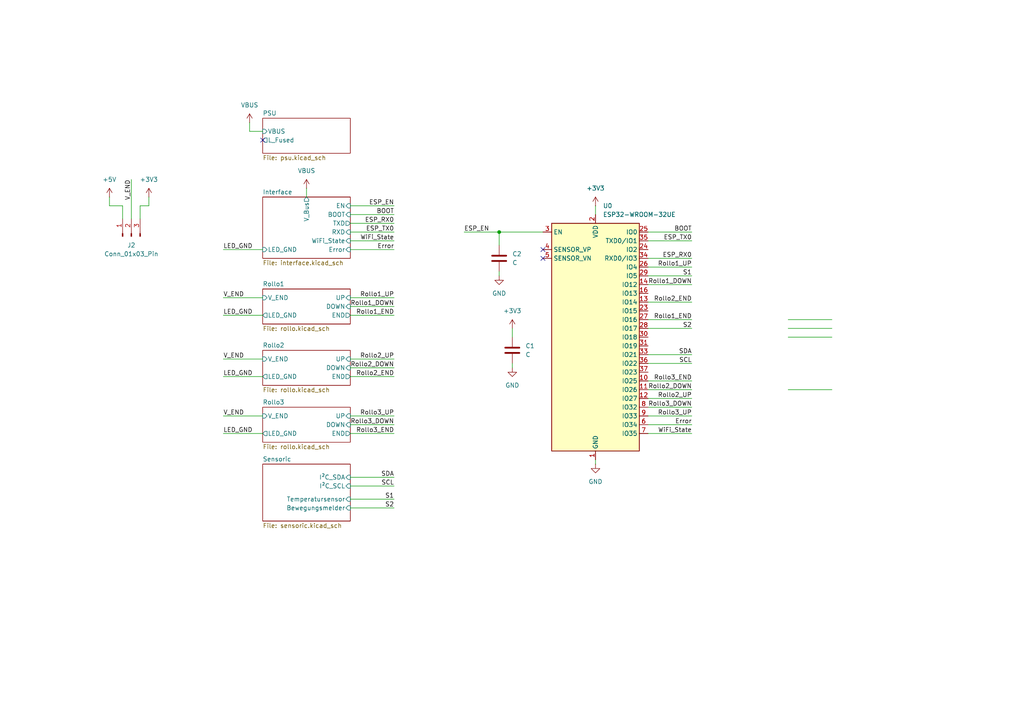
<source format=kicad_sch>
(kicad_sch (version 20250114) (generator "eeschema") (generator_version "9.0")
  (paper "A4")
  (lib_symbols
    (symbol "Connector:Conn_01x03_Pin" (pin_names (offset 1.016) (hide yes))
      (property "Reference" "J" (at 0 5.08 0))
      (property "Value" "Conn_01x03_Pin" (at 0 -5.08 0))
      (symbol "Conn_01x03_Pin_1_1"
        (rectangle (start 0.8636 2.667) (end 0 2.413) (stroke (width 0.1524)) (fill (type outline)))
        (rectangle (start 0.8636 0.127) (end 0 -0.127) (stroke (width 0.1524)) (fill (type outline)))
        (rectangle (start 0.8636 -2.413) (end 0 -2.667) (stroke (width 0.1524)) (fill (type outline)))
        (polyline (pts (xy 1.27 2.54) (xy 0.8636 2.54)) (stroke (width 0.1524)))
        (polyline (pts (xy 1.27 0) (xy 0.8636 0)) (stroke (width 0.1524)))
        (polyline (pts (xy 1.27 -2.54) (xy 0.8636 -2.54)) (stroke (width 0.1524)))
        (pin passive line (at 5.08 2.54 180) (length 3.81) (name "Pin_1") (number "1"))
        (pin passive line (at 5.08 0 180) (length 3.81) (name "Pin_2") (number "2"))
        (pin passive line (at 5.08 -2.54 180) (length 3.81) (name "Pin_3") (number "3"))
      )
    )
    (symbol "Device:C" (pin_numbers (hide yes)) (pin_names (offset 0.254))
      (property "Reference" "C" (at 0.635 2.54 0))
      (property "Value" "C" (at 0.635 -2.54 0))
      (symbol "C_0_1"
        (polyline (pts (xy -2.032 0.762) (xy 2.032 0.762)) (stroke (width 0.508)))
        (polyline (pts (xy -2.032 -0.762) (xy 2.032 -0.762)) (stroke (width 0.508)))
      )
      (symbol "C_1_1"
        (pin passive line (at 0 3.81 270) (length 2.794) (name "~") (number "1"))
        (pin passive line (at 0 -3.81 90) (length 2.794) (name "~") (number "2"))
      )
    )
    (symbol "RF_Module:ESP32-WROOM-32UE"
      (property "Reference" "U" (at -12.7 34.29 0))
      (property "Value" "ESP32-WROOM-32UE" (at 1.27 34.29 0))
      (symbol "ESP32-WROOM-32UE_0_1"
        (rectangle (start -12.7 33.02) (end 12.7 -33.02) (stroke (width 0.254)) (fill (type background)))
      )
      (symbol "ESP32-WROOM-32UE_1_1"
        (pin input line (at -15.24 30.48 0) (length 2.54) (name "EN") (number "3"))
        (pin input line (at -15.24 25.4 0) (length 2.54) (name "SENSOR_VP") (number "4"))
        (pin input line (at -15.24 22.86 0) (length 2.54) (name "SENSOR_VN") (number "5"))
        (pin no_connect line (at -12.7 0 0) (length 2.54) (hide yes) (name "NC") (number "21"))
        (pin no_connect line (at -12.7 -2.54 0) (length 2.54) (hide yes) (name "NC") (number "22"))
        (pin no_connect line (at -12.7 -5.08 0) (length 2.54) (hide yes) (name "NC") (number "17"))
        (pin no_connect line (at -12.7 -7.62 0) (length 2.54) (hide yes) (name "NC") (number "18"))
        (pin no_connect line (at -12.7 -10.16 0) (length 2.54) (hide yes) (name "NC") (number "20"))
        (pin no_connect line (at -12.7 -12.7 0) (length 2.54) (hide yes) (name "NC") (number "19"))
        (pin no_connect line (at -12.7 -27.94 0) (length 2.54) (hide yes) (name "NC") (number "32"))
        (pin power_in line (at 0 35.56 270) (length 2.54) (name "VDD") (number "2"))
        (pin power_in line (at 0 -35.56 90) (length 2.54) (name "GND") (number "1"))
        (pin passive line (at 0 -35.56 90) (length 2.54) (hide yes) (name "GND") (number "15"))
        (pin passive line (at 0 -35.56 90) (length 2.54) (hide yes) (name "GND") (number "38"))
        (pin passive line (at 0 -35.56 90) (length 2.54) (hide yes) (name "GND") (number "39"))
        (pin bidirectional line (at 15.24 30.48 180) (length 2.54) (name "IO0") (number "25"))
        (pin bidirectional line (at 15.24 27.94 180) (length 2.54) (name "TXD0/IO1") (number "35"))
        (pin bidirectional line (at 15.24 25.4 180) (length 2.54) (name "IO2") (number "24"))
        (pin bidirectional line (at 15.24 22.86 180) (length 2.54) (name "RXD0/IO3") (number "34"))
        (pin bidirectional line (at 15.24 20.32 180) (length 2.54) (name "IO4") (number "26"))
        (pin bidirectional line (at 15.24 17.78 180) (length 2.54) (name "IO5") (number "29"))
        (pin bidirectional line (at 15.24 15.24 180) (length 2.54) (name "IO12") (number "14"))
        (pin bidirectional line (at 15.24 12.7 180) (length 2.54) (name "IO13") (number "16"))
        (pin bidirectional line (at 15.24 10.16 180) (length 2.54) (name "IO14") (number "13"))
        (pin bidirectional line (at 15.24 7.62 180) (length 2.54) (name "IO15") (number "23"))
        (pin bidirectional line (at 15.24 5.08 180) (length 2.54) (name "IO16") (number "27"))
        (pin bidirectional line (at 15.24 2.54 180) (length 2.54) (name "IO17") (number "28"))
        (pin bidirectional line (at 15.24 0 180) (length 2.54) (name "IO18") (number "30"))
        (pin bidirectional line (at 15.24 -2.54 180) (length 2.54) (name "IO19") (number "31"))
        (pin bidirectional line (at 15.24 -5.08 180) (length 2.54) (name "IO21") (number "33"))
        (pin bidirectional line (at 15.24 -7.62 180) (length 2.54) (name "IO22") (number "36"))
        (pin bidirectional line (at 15.24 -10.16 180) (length 2.54) (name "IO23") (number "37"))
        (pin bidirectional line (at 15.24 -12.7 180) (length 2.54) (name "IO25") (number "10"))
        (pin bidirectional line (at 15.24 -15.24 180) (length 2.54) (name "IO26") (number "11"))
        (pin bidirectional line (at 15.24 -17.78 180) (length 2.54) (name "IO27") (number "12"))
        (pin bidirectional line (at 15.24 -20.32 180) (length 2.54) (name "IO32") (number "8"))
        (pin bidirectional line (at 15.24 -22.86 180) (length 2.54) (name "IO33") (number "9"))
        (pin input line (at 15.24 -25.4 180) (length 2.54) (name "IO34") (number "6"))
        (pin input line (at 15.24 -27.94 180) (length 2.54) (name "IO35") (number "7"))
      )
    )
    (symbol "power:+3V3" (power) (pin_numbers (hide yes)) (pin_names (offset 0) (hide yes))
      (property "Value" "+3V3" (at 0 3.556 0))
      (symbol "+3V3_0_1"
        (polyline (pts (xy -0.762 1.27) (xy 0 2.54)))
        (polyline (pts (xy 0 2.54) (xy 0.762 1.27)))
        (polyline (pts (xy 0 0) (xy 0 2.54)))
      )
      (symbol "+3V3_1_1"
        (pin power_in line (at 0 0 90) (length 0) (name "~") (number "1"))
      )
    )
    (symbol "power:+5V" (power) (pin_numbers (hide yes)) (pin_names (offset 0) (hide yes))
      (property "Value" "+5V" (at 0 3.556 0))
      (symbol "+5V_0_1"
        (polyline (pts (xy -0.762 1.27) (xy 0 2.54)))
        (polyline (pts (xy 0 2.54) (xy 0.762 1.27)))
        (polyline (pts (xy 0 0) (xy 0 2.54)))
      )
      (symbol "+5V_1_1"
        (pin power_in line (at 0 0 90) (length 0) (name "~") (number "1"))
      )
    )
    (symbol "power:GND" (power) (pin_numbers (hide yes)) (pin_names (offset 0) (hide yes))
      (property "Value" "GND" (at 0 -3.81 0))
      (symbol "GND_0_1"
        (polyline (pts (xy 0 0) (xy 0 -1.27) (xy 1.27 -1.27) (xy 0 -2.54) (xy -1.27 -1.27) (xy 0 -1.27)))
      )
      (symbol "GND_1_1"
        (pin power_in line (at 0 0 270) (length 0) (name "~") (number "1"))
      )
    )
    (symbol "power:VBUS" (power) (pin_numbers (hide yes)) (pin_names (offset 0) (hide yes))
      (property "Value" "VBUS" (at 0 3.556 0))
      (symbol "VBUS_0_1"
        (polyline (pts (xy -0.762 1.27) (xy 0 2.54)))
        (polyline (pts (xy 0 2.54) (xy 0.762 1.27)))
        (polyline (pts (xy 0 0) (xy 0 2.54)))
      )
      (symbol "VBUS_1_1"
        (pin power_in line (at 0 0 90) (length 0) (name "~") (number "1"))
      )
    )
  )
  (junction (at 144.78 67.31))
  (no_connect (at 157.48 74.93))
  (no_connect (at 76.2 40.64))
  (no_connect (at 157.48 72.39))
  (wire (pts (xy 187.96 74.93) (xy 200.66 74.93)))
  (wire (pts (xy 187.96 102.87) (xy 200.66 102.87)))
  (wire (pts (xy 43.18 59.69) (xy 43.18 57.15)))
  (wire (pts (xy 31.75 59.69) (xy 35.56 59.69)))
  (wire (pts (xy 64.77 72.39) (xy 76.2 72.39)))
  (wire (pts (xy 101.6 64.77) (xy 114.3 64.77)))
  (wire (pts (xy 228.6 113.03) (xy 241.3 113.03)))
  (wire (pts (xy 187.96 69.85) (xy 200.66 69.85)))
  (wire (pts (xy 187.96 123.19) (xy 200.66 123.19)))
  (wire (pts (xy 187.96 77.47) (xy 200.66 77.47)))
  (wire (pts (xy 187.96 67.31) (xy 200.66 67.31)))
  (wire (pts (xy 101.6 67.31) (xy 114.3 67.31)))
  (wire (pts (xy 148.59 95.25) (xy 148.59 97.79)))
  (wire (pts (xy 228.6 92.71) (xy 241.3 92.71)))
  (wire (pts (xy 64.77 86.36) (xy 76.2 86.36)))
  (wire (pts (xy 172.72 133.35) (xy 172.72 134.62)))
  (wire (pts (xy 64.77 104.14) (xy 76.2 104.14)))
  (wire (pts (xy 72.39 35.56) (xy 72.39 38.1)))
  (wire (pts (xy 64.77 109.22) (xy 76.2 109.22)))
  (wire (pts (xy 101.6 147.32) (xy 114.3 147.32)))
  (wire (pts (xy 40.64 63.5) (xy 40.64 59.69)))
  (wire (pts (xy 76.2 38.1) (xy 72.39 38.1)))
  (wire (pts (xy 187.96 110.49) (xy 200.66 110.49)))
  (wire (pts (xy 88.9 54.61) (xy 88.9 57.15)))
  (wire (pts (xy 134.62 67.31) (xy 144.78 67.31)))
  (wire (pts (xy 101.6 120.65) (xy 114.3 120.65)))
  (wire (pts (xy 144.78 67.31) (xy 144.78 71.12)))
  (wire (pts (xy 101.6 104.14) (xy 114.3 104.14)))
  (wire (pts (xy 101.6 86.36) (xy 114.3 86.36)))
  (wire (pts (xy 144.78 78.74) (xy 144.78 80.01)))
  (wire (pts (xy 172.72 59.69) (xy 172.72 62.23)))
  (wire (pts (xy 187.96 105.41) (xy 200.66 105.41)))
  (wire (pts (xy 64.77 125.73) (xy 76.2 125.73)))
  (wire (pts (xy 187.96 120.65) (xy 200.66 120.65)))
  (wire (pts (xy 31.75 57.15) (xy 31.75 59.69)))
  (wire (pts (xy 35.56 59.69) (xy 35.56 63.5)))
  (wire (pts (xy 187.96 118.11) (xy 200.66 118.11)))
  (wire (pts (xy 40.64 59.69) (xy 43.18 59.69)))
  (wire (pts (xy 64.77 120.65) (xy 76.2 120.65)))
  (wire (pts (xy 101.6 125.73) (xy 114.3 125.73)))
  (wire (pts (xy 187.96 95.25) (xy 200.66 95.25)))
  (wire (pts (xy 64.77 91.44) (xy 76.2 91.44)))
  (wire (pts (xy 187.96 125.73) (xy 200.66 125.73)))
  (wire (pts (xy 187.96 92.71) (xy 200.66 92.71)))
  (wire (pts (xy 187.96 113.03) (xy 200.66 113.03)))
  (wire (pts (xy 101.6 144.78) (xy 114.3 144.78)))
  (wire (pts (xy 148.59 105.41) (xy 148.59 106.68)))
  (wire (pts (xy 101.6 72.39) (xy 114.3 72.39)))
  (wire (pts (xy 101.6 59.69) (xy 114.3 59.69)))
  (wire (pts (xy 38.1 52.07) (xy 38.1 63.5)))
  (wire (pts (xy 187.96 87.63) (xy 200.66 87.63)))
  (wire (pts (xy 101.6 106.68) (xy 114.3 106.68)))
  (wire (pts (xy 187.96 82.55) (xy 200.66 82.55)))
  (wire (pts (xy 228.6 97.79) (xy 241.3 97.79)))
  (wire (pts (xy 101.6 123.19) (xy 114.3 123.19)))
  (wire (pts (xy 101.6 62.23) (xy 114.3 62.23)))
  (wire (pts (xy 187.96 80.01) (xy 200.66 80.01)))
  (wire (pts (xy 101.6 109.22) (xy 114.3 109.22)))
  (wire (pts (xy 187.96 115.57) (xy 200.66 115.57)))
  (wire (pts (xy 144.78 67.31) (xy 157.48 67.31)))
  (wire (pts (xy 228.6 95.25) (xy 241.3 95.25)))
  (wire (pts (xy 101.6 138.43) (xy 114.3 138.43)))
  (wire (pts (xy 101.6 91.44) (xy 114.3 91.44)))
  (wire (pts (xy 101.6 88.9) (xy 114.3 88.9)))
  (wire (pts (xy 101.6 69.85) (xy 114.3 69.85)))
  (wire (pts (xy 101.6 140.97) (xy 114.3 140.97)))
  (label "Rollo2_UP" (at 200.66 115.57 180))
  (label "SCL" (at 200.66 105.41 180))
  (label "Rollo3_DOWN" (at 114.3 123.19 180))
  (label "ESP_RX0" (at 200.66 74.93 180))
  (label "Rollo1_END" (at 200.66 92.71 180))
  (label "Error" (at 200.66 123.19 180))
  (label "Rollo3_UP" (at 114.3 120.65 180))
  (label "V_END" (at 64.77 86.36 0))
  (label "Rollo1_UP" (at 114.3 86.36 180))
  (label "LED_GND" (at 64.77 109.22 0))
  (label "ESP_TX0" (at 200.66 69.85 180))
  (label "S1" (at 114.3 144.78 180))
  (label "Rollo2_END" (at 114.3 109.22 180))
  (label "Rollo2_DOWN" (at 200.66 113.03 180))
  (label "SDA" (at 114.3 138.43 180))
  (label "Rollo1_DOWN" (at 114.3 88.9 180))
  (label "Error" (at 114.3 72.39 180))
  (label "Rollo2_DOWN" (at 114.3 106.68 180))
  (label "LED_GND" (at 64.77 125.73 0))
  (label "Rollo3_DOWN" (at 200.66 118.11 180))
  (label "ESP_EN" (at 134.62 67.31 0))
  (label "V_END" (at 38.1 52.07 270))
  (label "ESP_TX0" (at 114.3 67.31 180))
  (label "V_END" (at 64.77 120.65 0))
  (label "BOOT" (at 114.3 62.23 180))
  (label "Rollo1_END" (at 114.3 91.44 180))
  (label "Rollo2_END" (at 200.66 87.63 180))
  (label "LED_GND" (at 64.77 91.44 0))
  (label "SDA" (at 200.66 102.87 180))
  (label "WiFi_State" (at 114.3 69.85 180))
  (label "Rollo1_UP" (at 200.66 77.47 180))
  (label "S1" (at 200.66 80.01 180))
  (label "V_END" (at 64.77 104.14 0))
  (label "WiFi_State" (at 200.66 125.73 180))
  (label "ESP_EN" (at 114.3 59.69 180))
  (label "S2" (at 200.66 95.25 180))
  (label "ESP_RX0" (at 114.3 64.77 180))
  (label "Rollo3_END" (at 114.3 125.73 180))
  (label "Rollo3_END" (at 200.66 110.49 180))
  (label "S2" (at 114.3 147.32 180))
  (label "BOOT" (at 200.66 67.31 180))
  (label "Rollo3_UP" (at 200.66 120.65 180))
  (label "Rollo2_UP" (at 114.3 104.14 180))
  (label "LED_GND" (at 64.77 72.39 0))
  (label "SCL" (at 114.3 140.97 180))
  (label "Rollo1_DOWN" (at 200.66 82.55 180))
  (symbol (lib_id "Device:C") (at 148.59 101.6 0) (unit 1)
    (property "Reference" "C1" (at 152.4 100.3299 0) (effects (justify left)))
    (property "Value" "C" (at 152.4 102.8699 0) (effects (justify left)))
    (property "Description" "Unpolarized capacitor" (effects (hide yes)))
  )
  (symbol (lib_id "power:GND") (at 148.59 106.68 0) (unit 1)
    (property "Reference" "#PWR06" (effects (hide yes)))
    (property "Value" "GND" (at 148.59 111.76 0))
    (property "Description" "Power symbol creates a global label with name \"GND\" , ground" (effects (hide yes)))
  )
  (symbol (lib_id "Device:C") (at 144.78 74.93 0) (unit 1)
    (property "Reference" "C2" (at 148.59 73.6599 0) (effects (justify left)))
    (property "Value" "C" (at 148.59 76.1999 0) (effects (justify left)))
    (property "Description" "Unpolarized capacitor" (effects (hide yes)))
  )
  (symbol (lib_id "power:+3V3") (at 172.72 59.69 0) (unit 1)
    (property "Reference" "#PWR02" (effects (hide yes)))
    (property "Value" "+3V3" (at 172.72 54.61 0))
    (property "Description" "Power symbol creates a global label with name \"+3V3\"" (effects (hide yes)))
  )
  (symbol (lib_id "power:VBUS") (at 88.9 54.61 0) (unit 1)
    (property "Reference" "#PWR037" (effects (hide yes)))
    (property "Value" "VBUS" (at 88.9 49.53 0))
    (property "Description" "Power symbol creates a global label with name \"VBUS\"" (effects (hide yes)))
  )
  (symbol (lib_id "power:VBUS") (at 72.39 35.56 0) (unit 1)
    (property "Reference" "#PWR068" (effects (hide yes)))
    (property "Value" "VBUS" (at 72.39 30.48 0))
    (property "Description" "Power symbol creates a global label with name \"VBUS\"" (effects (hide yes)))
  )
  (symbol (lib_id "power:+5V") (at 31.75 57.15 0) (unit 1)
    (property "Reference" "#PWR017" (effects (hide yes)))
    (property "Value" "+5V" (at 31.75 52.07 0))
    (property "Description" "Power symbol creates a global label with name \"+5V\"" (effects (hide yes)))
  )
  (symbol (lib_id "RF_Module:ESP32-WROOM-32UE") (at 172.72 97.79 0) (unit 1)
    (property "Reference" "U0" (at 174.8633 59.69 0) (effects (justify left)))
    (property "Value" "ESP32-WROOM-32UE" (at 174.8633 62.23 0) (effects (justify left)))
    (property "Footprint" "RF_Module:ESP32-WROOM-32UE" (effects (hide yes)))
    (property "Datasheet" "https://www.espressif.com/sites/default/files/documentation/esp32-wroom-32e_esp32-wroom-32ue_datasheet_en.pdf" (effects (hide yes)))
    (property "Description" "RF Module, ESP32-D0WD-V3 SoC, without PSRAM, Wi-Fi 802.11b/g/n, Bluetooth, BLE, 32-bit, 2.7-3.6V, external antenna, SMD" (effects (hide yes)))
  )
  (symbol (lib_id "Connector:Conn_01x03_Pin") (at 38.1 68.58 90) (unit 1)
    (property "Reference" "J2" (at 38.1 71.12 90))
    (property "Value" "Conn_01x03_Pin" (at 38.1 73.66 90))
    (property "Footprint" "Connector_PinHeader_2.54mm:PinHeader_1x03_P2.54mm_Vertical" (effects (hide yes)))
    (property "Description" "Generic connector, single row, 01x03, script generated" (effects (hide yes)))
  )
  (symbol (lib_id "power:+3V3") (at 43.18 57.15 0) (unit 1)
    (property "Reference" "#PWR01" (effects (hide yes)))
    (property "Value" "+3V3" (at 43.18 52.07 0))
    (property "Description" "Power symbol creates a global label with name \"+3V3\"" (effects (hide yes)))
  )
  (symbol (lib_id "power:+3V3") (at 148.59 95.25 0) (unit 1)
    (property "Reference" "#PWR012" (effects (hide yes)))
    (property "Value" "+3V3" (at 148.59 90.17 0))
    (property "Description" "Power symbol creates a global label with name \"+3V3\"" (effects (hide yes)))
  )
  (symbol (lib_id "power:GND") (at 172.72 134.62 0) (unit 1)
    (property "Reference" "#PWR05" (effects (hide yes)))
    (property "Value" "GND" (at 172.72 139.7 0))
    (property "Description" "Power symbol creates a global label with name \"GND\" , ground" (effects (hide yes)))
  )
  (symbol (lib_id "power:GND") (at 144.78 80.01 0) (unit 1)
    (property "Reference" "#PWR011" (effects (hide yes)))
    (property "Value" "GND" (at 144.78 85.09 0))
    (property "Description" "Power symbol creates a global label with name \"GND\" , ground" (effects (hide yes)))
  )
  (sheet (at 76.2 134.62) (size 25.4 16.51) (stroke (width 0.1524))
    (property "Sheetname" "Sensoric" (at 76.2 133.9084 0) (effects (justify left bottom)))
    (property "Sheetfile" "sensoric.kicad_sch" (at 76.2 151.7146 0) (effects (justify left top)))
    (pin "Temperatursensor" input (at 101.6 144.78 0))
    (pin "Bewegungsmelder" input (at 101.6 147.32 0))
    (pin "I²C_SDA" input (at 101.6 138.43 0))
    (pin "I²C_SCL" input (at 101.6 140.97 0))
  )
  (sheet (at 76.2 118.11) (size 25.4 10.16) (stroke (width 0.1524))
    (property "Sheetname" "Rollo3" (at 76.2 117.3984 0) (effects (justify left bottom)))
    (property "Sheetfile" "rollo.kicad_sch" (at 76.2 128.8546 0) (effects (justify left top)))
    (pin "DOWN" input (at 101.6 123.19 0))
    (pin "UP" input (at 101.6 120.65 0))
    (pin "END" output (at 101.6 125.73 0))
    (pin "LED_GND" output (at 76.2 125.73 180))
    (pin "V_END" input (at 76.2 120.65 180))
  )
  (sheet (at 76.2 101.6) (size 25.4 10.16) (stroke (width 0.1524))
    (property "Sheetname" "Rollo2" (at 76.2 100.8884 0) (effects (justify left bottom)))
    (property "Sheetfile" "rollo.kicad_sch" (at 76.2 112.3446 0) (effects (justify left top)))
    (pin "DOWN" input (at 101.6 106.68 0))
    (pin "UP" input (at 101.6 104.14 0))
    (pin "END" output (at 101.6 109.22 0))
    (pin "LED_GND" output (at 76.2 109.22 180))
    (pin "V_END" input (at 76.2 104.14 180))
  )
  (sheet (at 76.2 83.82) (size 25.4 10.16) (stroke (width 0.1524))
    (property "Sheetname" "Rollo1" (at 76.2 83.1084 0) (effects (justify left bottom)))
    (property "Sheetfile" "rollo.kicad_sch" (at 76.2 94.5646 0) (effects (justify left top)))
    (pin "DOWN" input (at 101.6 88.9 0))
    (pin "UP" input (at 101.6 86.36 0))
    (pin "END" output (at 101.6 91.44 0))
    (pin "LED_GND" output (at 76.2 91.44 180))
    (pin "V_END" input (at 76.2 86.36 180))
  )
  (sheet (at 76.2 57.15) (size 25.4 17.78) (stroke (width 0.1524))
    (property "Sheetname" "Interface" (at 76.2 56.4384 0) (effects (justify left bottom)))
    (property "Sheetfile" "interface.kicad_sch" (at 76.2 75.5146 0) (effects (justify left top)))
    (pin "Error" input (at 101.6 72.39 0))
    (pin "LED_GND" input (at 76.2 72.39 180))
    (pin "WiFi_State" input (at 101.6 69.85 0))
    (pin "BOOT" input (at 101.6 62.23 0))
    (pin "EN" input (at 101.6 59.69 0))
    (pin "V_Bus" output (at 88.9 57.15 90))
    (pin "TXD" output (at 101.6 64.77 0))
    (pin "RXD" input (at 101.6 67.31 0))
  )
  (sheet (at 76.2 34.29) (size 25.4 10.16) (stroke (width 0.1524))
    (property "Sheetname" "PSU" (at 76.2 33.5784 0) (effects (justify left bottom)))
    (property "Sheetfile" "psu.kicad_sch" (at 76.2 45.0346 0) (effects (justify left top)))
    (pin "L_Fused" output (at 76.2 40.64 180))
    (pin "VBUS" input (at 76.2 38.1 180))
  )
)
</source>
